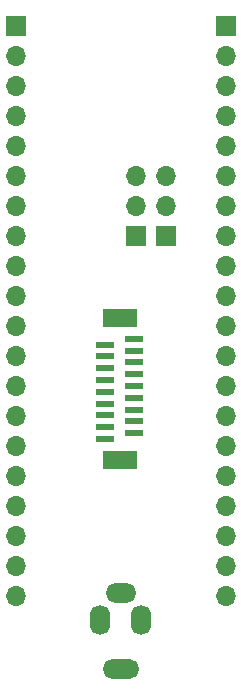
<source format=gbr>
%TF.GenerationSoftware,KiCad,Pcbnew,7.0.7-7.0.7~ubuntu22.04.1*%
%TF.CreationDate,2023-09-13T15:14:38+01:00*%
%TF.ProjectId,clvHd_master_pico,636c7648-645f-46d6-9173-7465725f7069,rev?*%
%TF.SameCoordinates,Original*%
%TF.FileFunction,Soldermask,Bot*%
%TF.FilePolarity,Negative*%
%FSLAX46Y46*%
G04 Gerber Fmt 4.6, Leading zero omitted, Abs format (unit mm)*
G04 Created by KiCad (PCBNEW 7.0.7-7.0.7~ubuntu22.04.1) date 2023-09-13 15:14:38*
%MOMM*%
%LPD*%
G01*
G04 APERTURE LIST*
G04 Aperture macros list*
%AMRoundRect*
0 Rectangle with rounded corners*
0 $1 Rounding radius*
0 $2 $3 $4 $5 $6 $7 $8 $9 X,Y pos of 4 corners*
0 Add a 4 corners polygon primitive as box body*
4,1,4,$2,$3,$4,$5,$6,$7,$8,$9,$2,$3,0*
0 Add four circle primitives for the rounded corners*
1,1,$1+$1,$2,$3*
1,1,$1+$1,$4,$5*
1,1,$1+$1,$6,$7*
1,1,$1+$1,$8,$9*
0 Add four rect primitives between the rounded corners*
20,1,$1+$1,$2,$3,$4,$5,0*
20,1,$1+$1,$4,$5,$6,$7,0*
20,1,$1+$1,$6,$7,$8,$9,0*
20,1,$1+$1,$8,$9,$2,$3,0*%
G04 Aperture macros list end*
%ADD10R,1.700000X1.700000*%
%ADD11O,1.700000X1.700000*%
%ADD12RoundRect,0.800000X-0.050000X-0.450000X0.050000X-0.450000X0.050000X0.450000X-0.050000X0.450000X0*%
%ADD13RoundRect,0.800000X-0.450000X0.050000X-0.450000X-0.050000X0.450000X-0.050000X0.450000X0.050000X0*%
%ADD14RoundRect,0.800000X-0.700000X0.050000X-0.700000X-0.050000X0.700000X-0.050000X0.700000X0.050000X0*%
%ADD15R,1.600000X0.500000*%
%ADD16R,2.900000X1.500000*%
G04 APERTURE END LIST*
D10*
%TO.C,J7*%
X103810000Y-79680000D03*
D11*
X103810000Y-77140000D03*
X103810000Y-74600000D03*
%TD*%
D10*
%TO.C,J6*%
X101270000Y-79680000D03*
D11*
X101270000Y-77140000D03*
X101270000Y-74600000D03*
%TD*%
D10*
%TO.C,J5*%
X108890000Y-61870000D03*
D11*
X108890000Y-64410000D03*
X108890000Y-66950000D03*
X108890000Y-69490000D03*
X108890000Y-72030000D03*
X108890000Y-74570000D03*
X108890000Y-77110000D03*
X108890000Y-79650000D03*
X108890000Y-82190000D03*
X108890000Y-84730000D03*
X108890000Y-87270000D03*
X108890000Y-89810000D03*
X108890000Y-92350000D03*
X108890000Y-94890000D03*
X108890000Y-97430000D03*
X108890000Y-99970000D03*
X108890000Y-102510000D03*
X108890000Y-105050000D03*
X108890000Y-107590000D03*
X108890000Y-110130000D03*
%TD*%
D10*
%TO.C,J4*%
X91110000Y-61870000D03*
D11*
X91110000Y-64410000D03*
X91110000Y-66950000D03*
X91110000Y-69490000D03*
X91110000Y-72030000D03*
X91110000Y-74570000D03*
X91110000Y-77110000D03*
X91110000Y-79650000D03*
X91110000Y-82190000D03*
X91110000Y-84730000D03*
X91110000Y-87270000D03*
X91110000Y-89810000D03*
X91110000Y-92350000D03*
X91110000Y-94890000D03*
X91110000Y-97430000D03*
X91110000Y-99970000D03*
X91110000Y-102510000D03*
X91110000Y-105050000D03*
X91110000Y-107590000D03*
X91110000Y-110130000D03*
%TD*%
D12*
%TO.C,J3*%
X101750000Y-112145000D03*
D13*
X100000000Y-109845000D03*
D12*
X98250000Y-112145000D03*
D14*
X100000000Y-116345000D03*
%TD*%
D15*
%TO.C,J1*%
X101100000Y-88350000D03*
X98700000Y-88850000D03*
X101100000Y-89350000D03*
X98700000Y-89850000D03*
X101100000Y-90350000D03*
X98700000Y-90850000D03*
X101100000Y-91350000D03*
X98700000Y-91850000D03*
X101100000Y-92350000D03*
X98700000Y-92850000D03*
X101100000Y-93350000D03*
X98700000Y-93850000D03*
X101100000Y-94350000D03*
X98700000Y-94850000D03*
X101100000Y-95350000D03*
X98700000Y-95850000D03*
X101100000Y-96350000D03*
X98700000Y-96850000D03*
D16*
X99900000Y-86600000D03*
X99900000Y-98600000D03*
%TD*%
M02*

</source>
